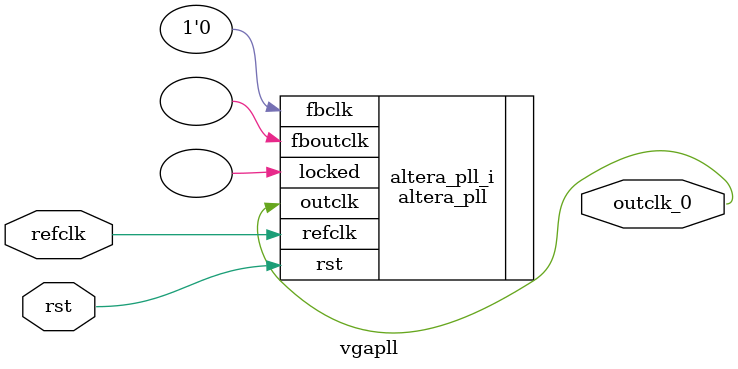
<source format=v>
`timescale 1ns/10ps
module  vgapll(

	// interface 'refclk'
	input wire refclk,

	// interface 'reset'
	input wire rst,

	// interface 'outclk0'
	output wire outclk_0
);

	altera_pll #(
		.fractional_vco_multiplier("true"),
		.reference_clock_frequency("50.0 MHz"),
		.operation_mode("direct"),
		.number_of_clocks(1),
		.output_clock_frequency0("147.140000 MHz"),
		.phase_shift0("0 ps"),
		.duty_cycle0(50),
		.output_clock_frequency1("0 MHz"),
		.phase_shift1("0 ps"),
		.duty_cycle1(50),
		.output_clock_frequency2("0 MHz"),
		.phase_shift2("0 ps"),
		.duty_cycle2(50),
		.output_clock_frequency3("0 MHz"),
		.phase_shift3("0 ps"),
		.duty_cycle3(50),
		.output_clock_frequency4("0 MHz"),
		.phase_shift4("0 ps"),
		.duty_cycle4(50),
		.output_clock_frequency5("0 MHz"),
		.phase_shift5("0 ps"),
		.duty_cycle5(50),
		.output_clock_frequency6("0 MHz"),
		.phase_shift6("0 ps"),
		.duty_cycle6(50),
		.output_clock_frequency7("0 MHz"),
		.phase_shift7("0 ps"),
		.duty_cycle7(50),
		.output_clock_frequency8("0 MHz"),
		.phase_shift8("0 ps"),
		.duty_cycle8(50),
		.output_clock_frequency9("0 MHz"),
		.phase_shift9("0 ps"),
		.duty_cycle9(50),
		.output_clock_frequency10("0 MHz"),
		.phase_shift10("0 ps"),
		.duty_cycle10(50),
		.output_clock_frequency11("0 MHz"),
		.phase_shift11("0 ps"),
		.duty_cycle11(50),
		.output_clock_frequency12("0 MHz"),
		.phase_shift12("0 ps"),
		.duty_cycle12(50),
		.output_clock_frequency13("0 MHz"),
		.phase_shift13("0 ps"),
		.duty_cycle13(50),
		.output_clock_frequency14("0 MHz"),
		.phase_shift14("0 ps"),
		.duty_cycle14(50),
		.output_clock_frequency15("0 MHz"),
		.phase_shift15("0 ps"),
		.duty_cycle15(50),
		.output_clock_frequency16("0 MHz"),
		.phase_shift16("0 ps"),
		.duty_cycle16(50),
		.output_clock_frequency17("0 MHz"),
		.phase_shift17("0 ps"),
		.duty_cycle17(50),
		.pll_type("General"),
		.pll_subtype("General")
	) altera_pll_i (
		.rst	(rst),
		.outclk	({outclk_0}),
		.locked	(),
		.fboutclk	( ),
		.fbclk	(1'b0),
		.refclk	(refclk)
	);
endmodule


</source>
